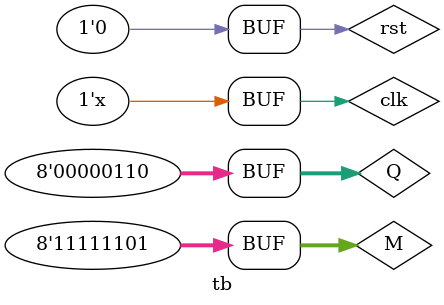
<source format=v>
`timescale 1ns / 1ps

module tb();

    reg   clk,rst;
    reg   [7 : 0] M;
	reg   [7 : 0] Q;
	wire  [15 : 0] Z;
	wire         [3:0] u; 
    
    booth  test (M,Q,Z,clk,rst,u);
   
    
 initial begin
 
        clk = 0;
        rst = 1;
        #15;
        rst = 0;
        
           M = 8'd15; Q = 8'd15;
     #110  M = 8'd00; Q = 8'd01;
     #110  M = 8'd01; Q = 8'd02;
     #110  M = 8'd01; Q = 8'd03;
     #110  M = 8'd01; Q = 8'd04;
     #110  M = 8'd01; Q = 8'd05;
     #110  M = 8'd01; Q = 8'd06;            
 
     #110  M =  -1  ; Q = 8'd06;
     #110  M =  -1  ; Q = 8'd06;
     #110  M =  -2  ; Q = 8'd07;
     #110  M =  -3   ; Q = 8'd06;
       
  end

 always #5 clk = !clk;
endmodule
</source>
